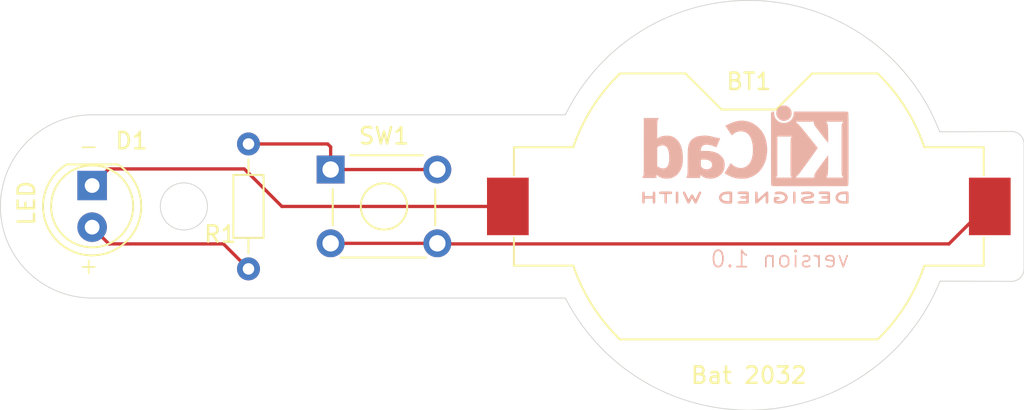
<source format=kicad_pcb>
(kicad_pcb (version 20240108) (generator "pcbnew") (generator_version "8.0")
  (title_block (title "LED Torch") (date "2025-03-01") (rev "1") (company "Kensus"))
  (layers (0 "F.Cu" signal) (31 "B.Cu" signal) (34 "B.Paste" user) (35 "F.Paste" user) (36 "B.SilkS" user "B.Silkscreen") (37 "F.SilkS" user "F.Silkscreen") (38 "B.Mask" user) (39 "F.Mask" user) (44 "Edge.Cuts" user))
  (net 0 "")
  (net 1 "/bat_pos")
  (net 2 "/LED_cathode")
  (net 3 "/LED_anode")
  (net 4 "Net-(SW1A-A)")
  (footprint "Button_Switch_THT:SW_TH_Tactile_Omron_B3F-10xx" (layer "F.Cu") (at 139.625 124.75)
    (property "Reference" "SW1" (at 3.25 -2.05 0) (layer "F.SilkS"))
    (property "Value" "SW_DPDT_x2")
    (pad "1" thru_hole rect (at 0 0) (size 1.7 1.7) (drill 1) (layers "*.Cu" "*.Mask" "In1.Cu" "In2.Cu" "In3.Cu" "In4.Cu" "In5.Cu" "In6.Cu" "In7.Cu" "In8.Cu" "In9.Cu" "In10.Cu" "In11.Cu" "In12.Cu" "In13.Cu" "In14.Cu" "In15.Cu" "In16.Cu" "In17.Cu" "In18.Cu" "In19.Cu" "In20.Cu" "In21.Cu" "In22.Cu" "In23.Cu" "In24.Cu" "In25.Cu" "In26.Cu" "In27.Cu" "In28.Cu" "In29.Cu" "In30.Cu") (net 4 "Net-(SW1A-A)"))
    (pad "1" thru_hole circle (at 6.5 0) (size 1.7 1.7) (drill 1) (layers "*.Cu" "*.Mask" "In1.Cu" "In2.Cu" "In3.Cu" "In4.Cu" "In5.Cu" "In6.Cu" "In7.Cu" "In8.Cu" "In9.Cu" "In10.Cu" "In11.Cu" "In12.Cu" "In13.Cu" "In14.Cu" "In15.Cu" "In16.Cu" "In17.Cu" "In18.Cu" "In19.Cu" "In20.Cu" "In21.Cu" "In22.Cu" "In23.Cu" "In24.Cu" "In25.Cu" "In26.Cu" "In27.Cu" "In28.Cu" "In29.Cu" "In30.Cu") (net 4 "Net-(SW1A-A)"))
    (pad "2" thru_hole circle (at 0 4.5) (size 1.7 1.7) (drill 1) (layers "*.Cu" "*.Mask" "In1.Cu" "In2.Cu" "In3.Cu" "In4.Cu" "In5.Cu" "In6.Cu" "In7.Cu" "In8.Cu" "In9.Cu" "In10.Cu" "In11.Cu" "In12.Cu" "In13.Cu" "In14.Cu" "In15.Cu" "In16.Cu" "In17.Cu" "In18.Cu" "In19.Cu" "In20.Cu" "In21.Cu" "In22.Cu" "In23.Cu" "In24.Cu" "In25.Cu" "In26.Cu" "In27.Cu" "In28.Cu" "In29.Cu" "In30.Cu") (net 1 "/bat_pos"))
    (pad "2" thru_hole circle (at 6.5 4.5) (size 1.7 1.7) (drill 1) (layers "*.Cu" "*.Mask" "In1.Cu" "In2.Cu" "In3.Cu" "In4.Cu" "In5.Cu" "In6.Cu" "In7.Cu" "In8.Cu" "In9.Cu" "In10.Cu" "In11.Cu" "In12.Cu" "In13.Cu" "In14.Cu" "In15.Cu" "In16.Cu" "In17.Cu" "In18.Cu" "In19.Cu" "In20.Cu" "In21.Cu" "In22.Cu" "In23.Cu" "In24.Cu" "In25.Cu" "In26.Cu" "In27.Cu" "In28.Cu" "In29.Cu" "In30.Cu") (net 1 "/bat_pos"))
  )
  (footprint "Resistor_THT:R_Axial_DIN0204_L3.6mm_D1.6mm_P7.62mm_Horizontal" (layer "F.Cu") (at 134.62 123.19 -90)
    (property "Reference" "R1" (at 5.51 1.72 180) (layer "F.SilkS"))
    (property "Value" "R")
    (pad "1" thru_hole circle (at 0 0 270) (size 1.4 1.4) (drill 0.7) (layers "*.Cu" "*.Mask" "In1.Cu" "In2.Cu" "In3.Cu" "In4.Cu" "In5.Cu" "In6.Cu" "In7.Cu" "In8.Cu" "In9.Cu" "In10.Cu" "In11.Cu" "In12.Cu" "In13.Cu" "In14.Cu" "In15.Cu" "In16.Cu" "In17.Cu" "In18.Cu" "In19.Cu" "In20.Cu" "In21.Cu" "In22.Cu" "In23.Cu" "In24.Cu" "In25.Cu" "In26.Cu" "In27.Cu" "In28.Cu" "In29.Cu" "In30.Cu") (net 4 "Net-(SW1A-A)"))
    (pad "2" thru_hole oval (at 7.62 0 270) (size 1.4 1.4) (drill 0.7) (layers "*.Cu" "*.Mask" "In1.Cu" "In2.Cu" "In3.Cu" "In4.Cu" "In5.Cu" "In6.Cu" "In7.Cu" "In8.Cu" "In9.Cu" "In10.Cu" "In11.Cu" "In12.Cu" "In13.Cu" "In14.Cu" "In15.Cu" "In16.Cu" "In17.Cu" "In18.Cu" "In19.Cu" "In20.Cu" "In21.Cu" "In22.Cu" "In23.Cu" "In24.Cu" "In25.Cu" "In26.Cu" "In27.Cu" "In28.Cu" "In29.Cu" "In30.Cu") (net 3 "/LED_anode"))
  )
  (footprint "LED_THT:LED_D5.0mm" (layer "F.Cu") (at 125.095 125.725 -90)
    (property "Reference" "D1" (at -2.725 -2.405 180) (layer "F.SilkS"))
    (property "Value" "LED" (at 1.075 3.995 90) (layer "F.SilkS"))
    (pad "1" thru_hole rect (at 0 0 270) (size 1.8 1.8) (drill 0.9) (layers "*.Cu" "*.Mask" "In1.Cu" "In2.Cu" "In3.Cu" "In4.Cu" "In5.Cu" "In6.Cu" "In7.Cu" "In8.Cu" "In9.Cu" "In10.Cu" "In11.Cu" "In12.Cu" "In13.Cu" "In14.Cu" "In15.Cu" "In16.Cu" "In17.Cu" "In18.Cu" "In19.Cu" "In20.Cu" "In21.Cu" "In22.Cu" "In23.Cu" "In24.Cu" "In25.Cu" "In26.Cu" "In27.Cu" "In28.Cu" "In29.Cu" "In30.Cu") (net 2 "/LED_cathode"))
    (pad "2" thru_hole circle (at 2.54 0 270) (size 1.8 1.8) (drill 0.9) (layers "*.Cu" "*.Mask" "In1.Cu" "In2.Cu" "In3.Cu" "In4.Cu" "In5.Cu" "In6.Cu" "In7.Cu" "In8.Cu" "In9.Cu" "In10.Cu" "In11.Cu" "In12.Cu" "In13.Cu" "In14.Cu" "In15.Cu" "In16.Cu" "In17.Cu" "In18.Cu" "In19.Cu" "In20.Cu" "In21.Cu" "In22.Cu" "In23.Cu" "In24.Cu" "In25.Cu" "In26.Cu" "In27.Cu" "In28.Cu" "In29.Cu" "In30.Cu") (net 3 "/LED_anode"))
  )
  (footprint "Battery:BatteryHolder_Keystone_1058_1x2032" (layer "F.Cu") (at 165.1 127 180)
    (property "Reference" "BT1" (at 0 7.62 0) (layer "F.SilkS"))
    (property "Value" "Bat 2032" (at 0 -10.3 0) (layer "F.SilkS"))
    (pad "1" smd rect (at -14.68 0 180) (size 2.54 3.51) (layers "F.Cu" "F.Paste" "F.Mask") (net 1 "/bat_pos"))
    (pad "2" smd rect (at 14.68 0 180) (size 2.54 3.51) (layers "F.Cu" "F.Paste" "F.Mask") (net 2 "/LED_cathode"))
  )
  (footprint "Symbol:KiCad-Logo2_5mm_SilkScreen" (layer "B.Cu") (at 164.8968 123.825 180)
    (property "Reference" "REF**" (hide yes))
    (property "Value" "KiCad-Logo2_5mm_SilkScreen" (hide yes))
  )
  (gr_arc (start 181.864 130.81) (mid 181.640815 131.348815) (end 181.102 131.572) (stroke (width 0.05)) (layer "Edge.Cuts"))
  (gr_arc (start 176.745913 131.556682) (mid 165.666665 139.412659) (end 153.924001 132.588) (stroke (width 0.05)) (layer "Edge.Cuts"))
  (gr_arc (start 125.095 132.588) (mid 119.507 127) (end 125.095 121.412) (stroke (width 0.05)) (layer "Edge.Cuts"))
  (gr_arc (start 153.924 121.412) (mid 165.665702 114.447) (end 176.725972 122.450076) (stroke (width 0.05)) (layer "Edge.Cuts"))
  (gr_line (start 125.095 132.588) (end 153.924 132.588) (stroke (width 0.05)) (layer "Edge.Cuts"))
  (gr_line (start 176.725972 122.450076) (end 181.102 122.428) (stroke (width 0.05)) (layer "Edge.Cuts"))
  (gr_line (start 125.095 121.412) (end 153.924 121.412) (stroke (width 0.05)) (layer "Edge.Cuts"))
  (gr_circle (center 130.683 127) (end 131.699 128.016) (stroke (width 0.05)) (fill none) (layer "Edge.Cuts"))
  (gr_arc (start 181.102 122.428) (mid 181.640815 122.651185) (end 181.864 123.19) (stroke (width 0.05)) (layer "Edge.Cuts"))
  (gr_line (start 181.864 123.19) (end 181.864 130.81) (stroke (width 0.05)) (layer "Edge.Cuts"))
  (gr_line (start 176.745913 131.556682) (end 181.102 131.572) (stroke (width 0.05)) (layer "Edge.Cuts"))
  (gr_text "version 1.0" (at 171.3 130.8 0) (layer "B.SilkS") (effects (font (size 1 1) (thickness 0.1)) (justify left bottom mirror)))
  (gr_text "-" (at 124.2 123.9 0) (layer "F.SilkS") (effects (font (size 1 1) (thickness 0.1)) (justify left bottom)))
  (gr_text "+" (at 124.2 131.2 0) (layer "F.SilkS") (effects (font (size 1 1) (thickness 0.1)) (justify left bottom)))
  (segment (start 179.578 127) (end 179.78 127) (width 0.2) (layer "F.Cu") (net 1))
  (segment (start 146.125 129.25) (end 146.161 129.286) (width 0.2) (layer "F.Cu") (net 1))
  (segment (start 146.161 129.286) (end 177.292 129.286) (width 0.2) (layer "F.Cu") (net 1))
  (segment (start 177.292 129.286) (end 179.578 127) (width 0.2) (layer "F.Cu") (net 1))
  (segment (start 139.625 129.25) (end 146.125 129.25) (width 0.2) (layer "F.Cu") (net 1))
  (segment (start 136.652 127) (end 150.42 127) (width 0.2) (layer "F.Cu") (net 2))
  (segment (start 134.366 124.714) (end 136.652 127) (width 0.2) (layer "F.Cu") (net 2))
  (segment (start 125.095 125.725) (end 126.106 124.714) (width 0.2) (layer "F.Cu") (net 2))
  (segment (start 126.106 124.714) (end 134.366 124.714) (width 0.2) (layer "F.Cu") (net 2))
  (segment (start 125.095 128.265) (end 126.116 129.286) (width 0.2) (layer "F.Cu") (net 3))
  (segment (start 133.096 129.286) (end 134.62 130.81) (width 0.2) (layer "F.Cu") (net 3))
  (segment (start 126.116 129.286) (end 133.096 129.286) (width 0.2) (layer "F.Cu") (net 3))
  (segment (start 134.62 123.19) (end 139.446 123.19) (width 0.2) (layer "F.Cu") (net 4))
  (segment (start 139.446 123.19) (end 139.625 123.369) (width 0.2) (layer "F.Cu") (net 4))
  (segment (start 139.625 124.75) (end 146.125 124.75) (width 0.2) (layer "F.Cu") (net 4))
  (segment (start 139.625 123.369) (end 139.625 124.75) (width 0.2) (layer "F.Cu") (net 4))
)
</source>
